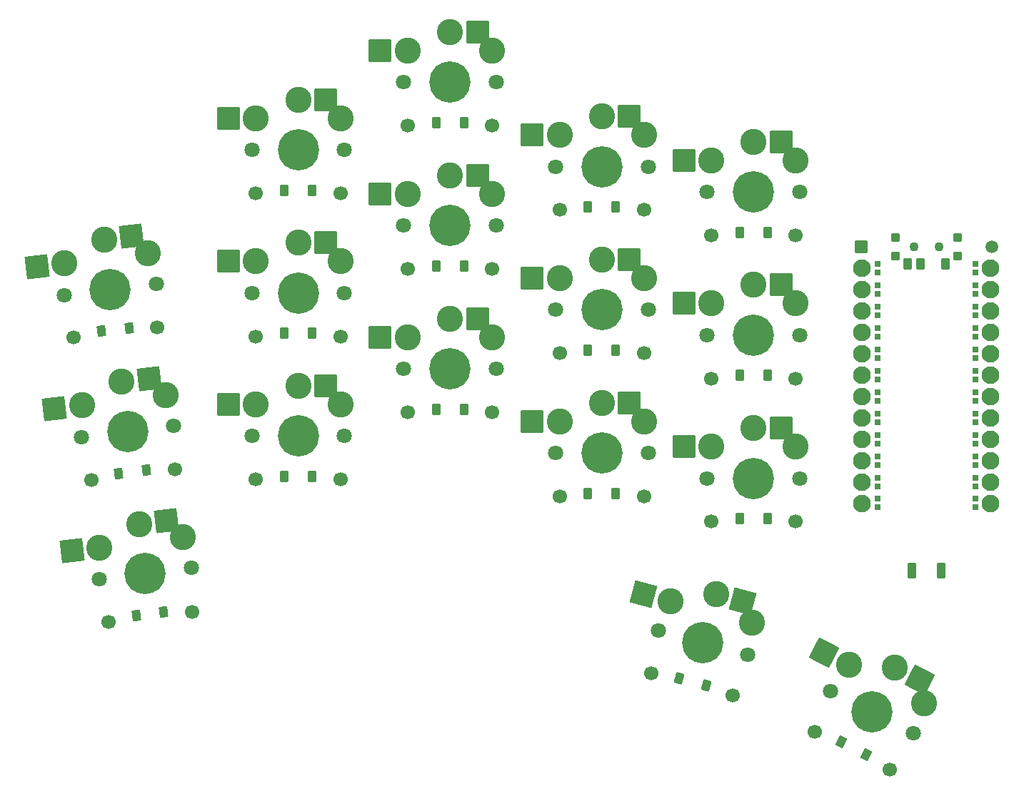
<source format=gbr>
%TF.GenerationSoftware,KiCad,Pcbnew,7.0.11*%
%TF.CreationDate,2024-03-07T19:05:48+13:00*%
%TF.ProjectId,socius-choc-v1,736f6369-7573-42d6-9368-6f632d76312e,v1.0.0*%
%TF.SameCoordinates,Original*%
%TF.FileFunction,Soldermask,Top*%
%TF.FilePolarity,Negative*%
%FSLAX46Y46*%
G04 Gerber Fmt 4.6, Leading zero omitted, Abs format (unit mm)*
G04 Created by KiCad (PCBNEW 7.0.11) date 2024-03-07 19:05:48*
%MOMM*%
%LPD*%
G01*
G04 APERTURE LIST*
G04 Aperture macros list*
%AMRoundRect*
0 Rectangle with rounded corners*
0 $1 Rounding radius*
0 $2 $3 $4 $5 $6 $7 $8 $9 X,Y pos of 4 corners*
0 Add a 4 corners polygon primitive as box body*
4,1,4,$2,$3,$4,$5,$6,$7,$8,$9,$2,$3,0*
0 Add four circle primitives for the rounded corners*
1,1,$1+$1,$2,$3*
1,1,$1+$1,$4,$5*
1,1,$1+$1,$6,$7*
1,1,$1+$1,$8,$9*
0 Add four rect primitives between the rounded corners*
20,1,$1+$1,$2,$3,$4,$5,0*
20,1,$1+$1,$4,$5,$6,$7,0*
20,1,$1+$1,$6,$7,$8,$9,0*
20,1,$1+$1,$8,$9,$2,$3,0*%
G04 Aperture macros list end*
%ADD10C,1.801800*%
%ADD11C,3.100000*%
%ADD12C,1.700000*%
%ADD13C,4.900000*%
%ADD14RoundRect,0.050000X-1.300000X-1.300000X1.300000X-1.300000X1.300000X1.300000X-1.300000X1.300000X0*%
%ADD15RoundRect,0.050000X0.450000X0.850000X-0.450000X0.850000X-0.450000X-0.850000X0.450000X-0.850000X0*%
%ADD16RoundRect,0.050000X-1.748496X-0.568121X0.568121X-1.748496X1.748496X0.568121X-0.568121X1.748496X0*%
%ADD17RoundRect,0.050000X-1.592168X-0.919239X0.919239X-1.592168X1.592168X0.919239X-0.919239X1.592168X0*%
%ADD18RoundRect,0.050000X-0.450000X-0.600000X0.450000X-0.600000X0.450000X0.600000X-0.450000X0.600000X0*%
%ADD19RoundRect,0.050000X-0.589958X-0.463087X0.279375X-0.696024X0.589958X0.463087X-0.279375X0.696024X0*%
%ADD20RoundRect,0.050000X-0.450000X-0.450000X0.450000X-0.450000X0.450000X0.450000X-0.450000X0.450000X0*%
%ADD21C,1.100000*%
%ADD22RoundRect,0.050000X-0.450000X-0.625000X0.450000X-0.625000X0.450000X0.625000X-0.450000X0.625000X0*%
%ADD23C,2.100000*%
%ADD24RoundRect,0.050000X-0.300000X0.300000X-0.300000X-0.300000X0.300000X-0.300000X0.300000X0.300000X0*%
%ADD25RoundRect,0.050000X-0.700000X0.700000X-0.700000X-0.700000X0.700000X-0.700000X0.700000X0.700000X0*%
%ADD26C,1.500000*%
%ADD27RoundRect,0.050000X-0.373524X-0.650369X0.519767X-0.540686X0.373524X0.650369X-0.519767X0.540686X0*%
%ADD28RoundRect,0.050000X-1.131880X-1.448740X1.448740X-1.131880X1.131880X1.448740X-1.448740X1.131880X0*%
%ADD29RoundRect,0.050000X-0.673347X-0.330308X0.128559X-0.738900X0.673347X0.330308X-0.128559X0.738900X0*%
G04 APERTURE END LIST*
D10*
%TO.C,S13*%
X226644752Y-148666967D03*
D11*
X227144752Y-144916967D03*
D12*
X227144752Y-153816967D03*
D11*
X232144752Y-142716967D03*
X232144752Y-142716967D03*
D13*
X232144752Y-148666967D03*
D11*
X237144752Y-144916967D03*
D12*
X237144752Y-153816967D03*
D10*
X237644752Y-148666967D03*
D14*
X235419752Y-142716967D03*
X223869752Y-144916967D03*
%TD*%
D15*
%TO.C,*%
X254344752Y-159666967D03*
X250944752Y-159666967D03*
%TD*%
D10*
%TO.C,S17*%
X241286926Y-173926737D03*
D11*
X243434894Y-170812458D03*
D12*
X239394378Y-178742416D03*
D11*
X248888705Y-171122196D03*
X248888705Y-171122196D03*
D13*
X246187462Y-176423685D03*
D11*
X252344959Y-175352363D03*
D12*
X248304444Y-183282321D03*
D10*
X251087998Y-178920633D03*
D16*
X251806752Y-172609015D03*
X240516847Y-169325639D03*
%TD*%
D10*
%TO.C,S10*%
X208644752Y-145666967D03*
D11*
X209144752Y-141916967D03*
D12*
X209144752Y-150816967D03*
D11*
X214144752Y-139716967D03*
X214144752Y-139716967D03*
D13*
X214144752Y-145666967D03*
D11*
X219144752Y-141916967D03*
D12*
X219144752Y-150816967D03*
D10*
X219644752Y-145666967D03*
D14*
X217419752Y-139716967D03*
X205869752Y-141916967D03*
%TD*%
D10*
%TO.C,S16*%
X220832160Y-166743462D03*
D11*
X222285694Y-163250650D03*
D12*
X219982205Y-171847390D03*
D11*
X227684725Y-162419708D03*
X227684725Y-162419708D03*
D13*
X226144752Y-168166967D03*
D11*
X231944953Y-165838840D03*
D12*
X229641463Y-174435580D03*
D10*
X231457344Y-169590472D03*
D17*
X230848132Y-163267341D03*
X219122287Y-162403018D03*
%TD*%
D18*
%TO.C,D13*%
X230494752Y-153466967D03*
X233794752Y-153466967D03*
%TD*%
D19*
%TO.C,D16*%
X223308643Y-172376360D03*
X226496199Y-173230462D03*
%TD*%
D10*
%TO.C,S7*%
X190644752Y-135666967D03*
D11*
X191144752Y-131916967D03*
D12*
X191144752Y-140816967D03*
D11*
X196144752Y-129716967D03*
X196144752Y-129716967D03*
D13*
X196144752Y-135666967D03*
D11*
X201144752Y-131916967D03*
D12*
X201144752Y-140816967D03*
D10*
X201644752Y-135666967D03*
D14*
X199419752Y-129716967D03*
X187869752Y-131916967D03*
%TD*%
D20*
%TO.C,T1*%
X248944752Y-120066967D03*
X248944752Y-122266967D03*
D21*
X251144752Y-121166967D03*
X254144752Y-121166967D03*
D20*
X256344752Y-120066967D03*
X256344752Y-122266967D03*
D22*
X254894752Y-123241967D03*
X251894752Y-123241967D03*
X250394752Y-123241967D03*
%TD*%
D10*
%TO.C,S6*%
X172644752Y-109666967D03*
D11*
X173144752Y-105916967D03*
D12*
X173144752Y-114816967D03*
D11*
X178144752Y-103716967D03*
X178144752Y-103716967D03*
D13*
X178144752Y-109666967D03*
D11*
X183144752Y-105916967D03*
D12*
X183144752Y-114816967D03*
D10*
X183644752Y-109666967D03*
D14*
X181419752Y-103716967D03*
X169869752Y-105916967D03*
%TD*%
D18*
%TO.C,D12*%
X212494752Y-116466967D03*
X215794752Y-116466967D03*
%TD*%
%TO.C,D11*%
X212494752Y-133466967D03*
X215794752Y-133466967D03*
%TD*%
D10*
%TO.C,S9*%
X190644752Y-101666967D03*
D11*
X191144752Y-97916967D03*
D12*
X191144752Y-106816967D03*
D11*
X196144752Y-95716967D03*
X196144752Y-95716967D03*
D13*
X196144752Y-101666967D03*
D11*
X201144752Y-97916967D03*
D12*
X201144752Y-106816967D03*
D10*
X201644752Y-101666967D03*
D14*
X199419752Y-95716967D03*
X187869752Y-97916967D03*
%TD*%
D10*
%TO.C,S11*%
X208644752Y-128666967D03*
D11*
X209144752Y-124916967D03*
D12*
X209144752Y-133816967D03*
D11*
X214144752Y-122716967D03*
X214144752Y-122716967D03*
D13*
X214144752Y-128666967D03*
D11*
X219144752Y-124916967D03*
D12*
X219144752Y-133816967D03*
D10*
X219644752Y-128666967D03*
D14*
X217419752Y-122716967D03*
X205869752Y-124916967D03*
%TD*%
D18*
%TO.C,D4*%
X176494752Y-148466967D03*
X179794752Y-148466967D03*
%TD*%
D23*
%TO.C,MCU1*%
X260264752Y-151636967D03*
X260264752Y-149096967D03*
X260264752Y-146556967D03*
X260264752Y-144016967D03*
X260264752Y-141476967D03*
X260264752Y-138936967D03*
X260264752Y-136396967D03*
X260264752Y-133856967D03*
X260264752Y-131316967D03*
X260264752Y-128776967D03*
X260264752Y-126236967D03*
X260264752Y-123696967D03*
X245024752Y-151636967D03*
X245024752Y-149096967D03*
X245024752Y-146556967D03*
X245024752Y-144016967D03*
X245024752Y-141476967D03*
X245024752Y-138936967D03*
X245024752Y-136396967D03*
X245024752Y-133856967D03*
X245024752Y-131316967D03*
X245024752Y-128776967D03*
X245024752Y-126236967D03*
X245024752Y-123696967D03*
D24*
X246844752Y-152096967D03*
X258444752Y-152096967D03*
X246844752Y-151096967D03*
X258444752Y-151096967D03*
X246844752Y-149596967D03*
X258444752Y-149596967D03*
X246844752Y-148596967D03*
X258444752Y-148596967D03*
X246844752Y-147056967D03*
X258444752Y-147056967D03*
X246844752Y-146056967D03*
X258444752Y-146056967D03*
X246844752Y-144516967D03*
X258444752Y-144516967D03*
X246844752Y-143516967D03*
X258444752Y-143516967D03*
X246844752Y-141976967D03*
X258444752Y-141976967D03*
X246844752Y-140976967D03*
X258444752Y-140976967D03*
X246844752Y-139436967D03*
X258444752Y-139436967D03*
X246844752Y-138436967D03*
X258444752Y-138436967D03*
X246844752Y-136896967D03*
X258444752Y-136896967D03*
X246844752Y-135896967D03*
X258444752Y-135896967D03*
X246844752Y-134356967D03*
X258444752Y-134356967D03*
X246844752Y-133356967D03*
X258444752Y-133356967D03*
X246844752Y-131816967D03*
X258444752Y-131816967D03*
X246844752Y-130816967D03*
X258444752Y-130816967D03*
X246844752Y-129276967D03*
X258444752Y-129276967D03*
X246844752Y-128276967D03*
X258444752Y-128276967D03*
X246844752Y-126736967D03*
X258444752Y-126736967D03*
X246844752Y-125736967D03*
X258444752Y-125736967D03*
X246844752Y-124196967D03*
X258444752Y-124196967D03*
X246844752Y-123196967D03*
X258444752Y-123196967D03*
%TD*%
D10*
%TO.C,S15*%
X226644752Y-114666967D03*
D11*
X227144752Y-110916967D03*
D12*
X227144752Y-119816967D03*
D11*
X232144752Y-108716967D03*
X232144752Y-108716967D03*
D13*
X232144752Y-114666967D03*
D11*
X237144752Y-110916967D03*
D12*
X237144752Y-119816967D03*
D10*
X237644752Y-114666967D03*
D14*
X235419752Y-108716967D03*
X223869752Y-110916967D03*
%TD*%
D18*
%TO.C,D8*%
X194494752Y-123466967D03*
X197794752Y-123466967D03*
%TD*%
D25*
%TO.C,*%
X244894752Y-121166967D03*
D26*
X260394752Y-121166967D03*
%TD*%
D10*
%TO.C,S4*%
X172644752Y-143666967D03*
D11*
X173144752Y-139916967D03*
D12*
X173144752Y-148816967D03*
D11*
X178144752Y-137716967D03*
X178144752Y-137716967D03*
D13*
X178144752Y-143666967D03*
D11*
X183144752Y-139916967D03*
D12*
X183144752Y-148816967D03*
D10*
X183644752Y-143666967D03*
D14*
X181419752Y-137716967D03*
X169869752Y-139916967D03*
%TD*%
D18*
%TO.C,D7*%
X194494752Y-140466967D03*
X197794752Y-140466967D03*
%TD*%
D27*
%TO.C,D3*%
X154803714Y-131218736D03*
X158079116Y-130816568D03*
%TD*%
%TO.C,D1*%
X158947272Y-164965306D03*
X162222674Y-164563138D03*
%TD*%
D10*
%TO.C,S5*%
X172644752Y-126666967D03*
D11*
X173144752Y-122916967D03*
D12*
X173144752Y-131816967D03*
D11*
X178144752Y-120716967D03*
X178144752Y-120716967D03*
D13*
X178144752Y-126666967D03*
D11*
X183144752Y-122916967D03*
D12*
X183144752Y-131816967D03*
D10*
X183644752Y-126666967D03*
D14*
X181419752Y-120716967D03*
X169869752Y-122916967D03*
%TD*%
D10*
%TO.C,S1*%
X154540996Y-160670281D03*
D11*
X154580259Y-156887299D03*
D12*
X155664896Y-165720959D03*
D11*
X159274877Y-154094350D03*
X159274877Y-154094350D03*
D13*
X160000000Y-160000000D03*
D11*
X164505721Y-155668605D03*
D12*
X165590358Y-164502266D03*
D10*
X165459004Y-159329719D03*
D28*
X162525466Y-153695228D03*
X151329671Y-157286421D03*
%TD*%
D10*
%TO.C,S12*%
X208644752Y-111666967D03*
D11*
X209144752Y-107916967D03*
D12*
X209144752Y-116816967D03*
D11*
X214144752Y-105716967D03*
X214144752Y-105716967D03*
D13*
X214144752Y-111666967D03*
D11*
X219144752Y-107916967D03*
D12*
X219144752Y-116816967D03*
D10*
X219644752Y-111666967D03*
D14*
X217419752Y-105716967D03*
X205869752Y-107916967D03*
%TD*%
D18*
%TO.C,D6*%
X176494752Y-114466967D03*
X179794752Y-114466967D03*
%TD*%
%TO.C,D14*%
X230494752Y-136466967D03*
X233794752Y-136466967D03*
%TD*%
D10*
%TO.C,S3*%
X150397438Y-126923712D03*
D11*
X150436701Y-123140730D03*
D12*
X151521338Y-131974390D03*
D11*
X155131319Y-120347781D03*
X155131319Y-120347781D03*
D13*
X155856442Y-126253431D03*
D11*
X160362163Y-121922036D03*
D12*
X161446800Y-130755697D03*
D10*
X161315446Y-125583150D03*
D28*
X158381908Y-119948659D03*
X147186113Y-123539852D03*
%TD*%
D27*
%TO.C,D2*%
X156875493Y-148092021D03*
X160150895Y-147689853D03*
%TD*%
D18*
%TO.C,D9*%
X194494752Y-106466967D03*
X197794752Y-106466967D03*
%TD*%
D29*
%TO.C,D17*%
X242538147Y-179951432D03*
X245478469Y-181449600D03*
%TD*%
D18*
%TO.C,D5*%
X176494752Y-131466967D03*
X179794752Y-131466967D03*
%TD*%
%TO.C,D15*%
X230494752Y-119466967D03*
X233794752Y-119466967D03*
%TD*%
D10*
%TO.C,S2*%
X152469217Y-143796996D03*
D11*
X152508480Y-140014014D03*
D12*
X153593117Y-148847674D03*
D11*
X157203098Y-137221065D03*
X157203098Y-137221065D03*
D13*
X157928221Y-143126715D03*
D11*
X162433942Y-138795320D03*
D12*
X163518579Y-147628981D03*
D10*
X163387225Y-142456434D03*
D28*
X160453687Y-136821943D03*
X149257892Y-140413136D03*
%TD*%
D18*
%TO.C,D10*%
X212494752Y-150466967D03*
X215794752Y-150466967D03*
%TD*%
D10*
%TO.C,S14*%
X226644752Y-131666967D03*
D11*
X227144752Y-127916967D03*
D12*
X227144752Y-136816967D03*
D11*
X232144752Y-125716967D03*
X232144752Y-125716967D03*
D13*
X232144752Y-131666967D03*
D11*
X237144752Y-127916967D03*
D12*
X237144752Y-136816967D03*
D10*
X237644752Y-131666967D03*
D14*
X235419752Y-125716967D03*
X223869752Y-127916967D03*
%TD*%
D10*
%TO.C,S8*%
X190644752Y-118666967D03*
D11*
X191144752Y-114916967D03*
D12*
X191144752Y-123816967D03*
D11*
X196144752Y-112716967D03*
X196144752Y-112716967D03*
D13*
X196144752Y-118666967D03*
D11*
X201144752Y-114916967D03*
D12*
X201144752Y-123816967D03*
D10*
X201644752Y-118666967D03*
D14*
X199419752Y-112716967D03*
X187869752Y-114916967D03*
%TD*%
M02*

</source>
